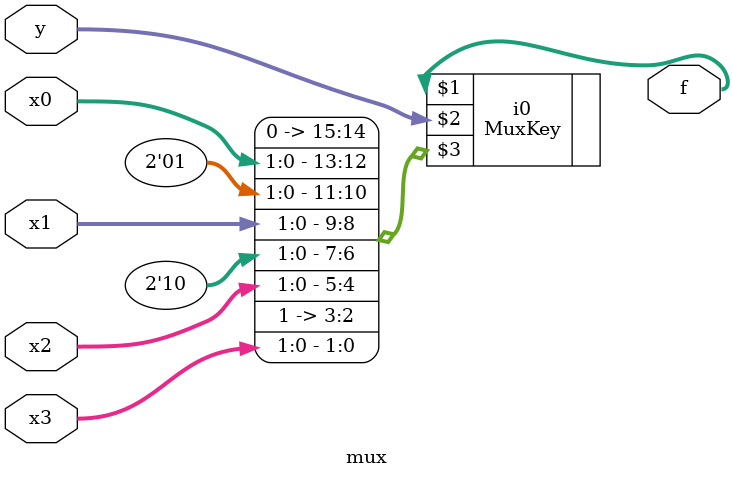
<source format=v>
module mux(
    input [1:0] x0,x1,x2,x3,
    input [1:0] y,
    output [1:0] f
);
    MuxKey #(4,2,2) i0(f, y, {
        2'b00, x0,
        2'b01, x1,
        2'b10, x2,
        2'b11, x3
    });
endmodule

</source>
